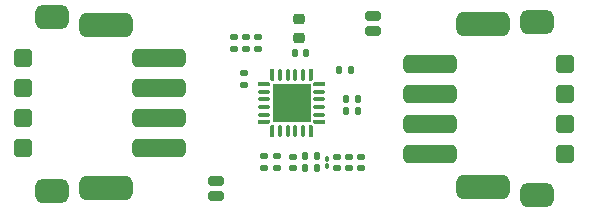
<source format=gbr>
%TF.GenerationSoftware,KiCad,Pcbnew,(6.0.9)*%
%TF.CreationDate,2023-03-04T22:36:08+01:00*%
%TF.ProjectId,nard_sam,6e617264-5f73-4616-9d2e-6b696361645f,rev?*%
%TF.SameCoordinates,Original*%
%TF.FileFunction,Soldermask,Top*%
%TF.FilePolarity,Negative*%
%FSLAX46Y46*%
G04 Gerber Fmt 4.6, Leading zero omitted, Abs format (unit mm)*
G04 Created by KiCad (PCBNEW (6.0.9)) date 2023-03-04 22:36:08*
%MOMM*%
%LPD*%
G01*
G04 APERTURE LIST*
G04 Aperture macros list*
%AMRoundRect*
0 Rectangle with rounded corners*
0 $1 Rounding radius*
0 $2 $3 $4 $5 $6 $7 $8 $9 X,Y pos of 4 corners*
0 Add a 4 corners polygon primitive as box body*
4,1,4,$2,$3,$4,$5,$6,$7,$8,$9,$2,$3,0*
0 Add four circle primitives for the rounded corners*
1,1,$1+$1,$2,$3*
1,1,$1+$1,$4,$5*
1,1,$1+$1,$6,$7*
1,1,$1+$1,$8,$9*
0 Add four rect primitives between the rounded corners*
20,1,$1+$1,$2,$3,$4,$5,0*
20,1,$1+$1,$4,$5,$6,$7,0*
20,1,$1+$1,$6,$7,$8,$9,0*
20,1,$1+$1,$8,$9,$2,$3,0*%
%AMFreePoly0*
4,1,48,0.084742,0.510782,0.088024,0.511361,0.090910,0.509695,0.100652,0.507977,0.115579,0.495451,0.132453,0.485709,0.134767,0.479350,0.139952,0.475000,0.143336,0.455809,0.150000,0.437500,0.150000,-0.437500,0.148282,-0.447242,0.148861,-0.450524,0.147195,-0.453410,0.145477,-0.463152,0.132951,-0.478079,0.123209,-0.494953,0.116850,-0.497267,0.112500,-0.502452,0.093309,-0.505836,
0.075000,-0.512500,0.031066,-0.512500,0.026480,-0.511691,0.024530,-0.512214,0.021542,-0.510821,0.005414,-0.507977,-0.007130,-0.497451,-0.021967,-0.490533,-0.128033,-0.384467,-0.130703,-0.380653,-0.132453,-0.379643,-0.133581,-0.376543,-0.142973,-0.363130,-0.144400,-0.346819,-0.150000,-0.331434,-0.150000,0.437500,-0.148282,0.447242,-0.148861,0.450524,-0.147195,0.453410,-0.145477,0.463152,
-0.132951,0.478079,-0.123209,0.494953,-0.116850,0.497267,-0.112500,0.502452,-0.093309,0.505836,-0.075000,0.512500,0.075000,0.512500,0.084742,0.510782,0.084742,0.510782,$1*%
%AMFreePoly1*
4,1,48,0.084742,0.510782,0.088024,0.511361,0.090910,0.509695,0.100652,0.507977,0.115579,0.495451,0.132453,0.485709,0.134767,0.479350,0.139952,0.475000,0.143336,0.455809,0.150000,0.437500,0.150000,-0.331434,0.149191,-0.336020,0.149714,-0.337970,0.148321,-0.340958,0.145477,-0.357086,0.134951,-0.369630,0.128033,-0.384467,0.021967,-0.490533,0.018153,-0.493203,0.017143,-0.494953,
0.014043,-0.496081,0.000630,-0.505473,-0.015681,-0.506900,-0.031066,-0.512500,-0.075000,-0.512500,-0.084742,-0.510782,-0.088024,-0.511361,-0.090910,-0.509695,-0.100652,-0.507977,-0.115579,-0.495451,-0.132453,-0.485709,-0.134767,-0.479350,-0.139952,-0.475000,-0.143336,-0.455809,-0.150000,-0.437500,-0.150000,0.437500,-0.148282,0.447242,-0.148861,0.450524,-0.147195,0.453410,-0.145477,0.463152,
-0.132951,0.478079,-0.123209,0.494953,-0.116850,0.497267,-0.112500,0.502452,-0.093309,0.505836,-0.075000,0.512500,0.075000,0.512500,0.084742,0.510782,0.084742,0.510782,$1*%
%AMFreePoly2*
4,1,48,0.447242,0.148282,0.450524,0.148861,0.453410,0.147195,0.463152,0.145477,0.478079,0.132951,0.494953,0.123209,0.497267,0.116850,0.502452,0.112500,0.505836,0.093309,0.512500,0.075000,0.512500,-0.075000,0.510782,-0.084742,0.511361,-0.088024,0.509695,-0.090910,0.507977,-0.100652,0.495451,-0.115579,0.485709,-0.132453,0.479350,-0.134767,0.475000,-0.139952,0.455809,-0.143336,
0.437500,-0.150000,-0.437500,-0.150000,-0.447242,-0.148282,-0.450524,-0.148861,-0.453410,-0.147195,-0.463152,-0.145477,-0.478079,-0.132951,-0.494953,-0.123209,-0.497267,-0.116850,-0.502452,-0.112500,-0.505836,-0.093309,-0.512500,-0.075000,-0.512500,-0.031066,-0.511691,-0.026480,-0.512214,-0.024530,-0.510821,-0.021542,-0.507977,-0.005414,-0.497451,0.007130,-0.490533,0.021967,-0.384467,0.128033,
-0.380653,0.130703,-0.379643,0.132453,-0.376543,0.133581,-0.363130,0.142973,-0.346819,0.144400,-0.331434,0.150000,0.437500,0.150000,0.447242,0.148282,0.447242,0.148282,$1*%
%AMFreePoly3*
4,1,48,0.447242,0.148282,0.450524,0.148861,0.453410,0.147195,0.463152,0.145477,0.478079,0.132951,0.494953,0.123209,0.497267,0.116850,0.502452,0.112500,0.505836,0.093309,0.512500,0.075000,0.512500,-0.075000,0.510782,-0.084742,0.511361,-0.088024,0.509695,-0.090910,0.507977,-0.100652,0.495451,-0.115579,0.485709,-0.132453,0.479350,-0.134767,0.475000,-0.139952,0.455809,-0.143336,
0.437500,-0.150000,-0.331434,-0.150000,-0.336020,-0.149191,-0.337970,-0.149714,-0.340958,-0.148321,-0.357086,-0.145477,-0.369630,-0.134951,-0.384467,-0.128033,-0.490533,-0.021967,-0.493203,-0.018153,-0.494953,-0.017143,-0.496081,-0.014043,-0.505473,-0.000630,-0.506900,0.015681,-0.512500,0.031066,-0.512500,0.075000,-0.510782,0.084742,-0.511361,0.088024,-0.509695,0.090910,-0.507977,0.100652,
-0.495451,0.115579,-0.485709,0.132453,-0.479350,0.134767,-0.475000,0.139952,-0.455809,0.143336,-0.437500,0.150000,0.437500,0.150000,0.447242,0.148282,0.447242,0.148282,$1*%
%AMFreePoly4*
4,1,48,-0.026480,0.511691,-0.024530,0.512214,-0.021542,0.510821,-0.005414,0.507977,0.007130,0.497451,0.021967,0.490533,0.128033,0.384467,0.130703,0.380653,0.132453,0.379643,0.133581,0.376543,0.142973,0.363130,0.144400,0.346819,0.150000,0.331434,0.150000,-0.437500,0.148282,-0.447242,0.148861,-0.450524,0.147195,-0.453410,0.145477,-0.463152,0.132951,-0.478079,0.123209,-0.494953,
0.116850,-0.497267,0.112500,-0.502452,0.093309,-0.505836,0.075000,-0.512500,-0.075000,-0.512500,-0.084742,-0.510782,-0.088024,-0.511361,-0.090910,-0.509695,-0.100652,-0.507977,-0.115579,-0.495451,-0.132453,-0.485709,-0.134767,-0.479350,-0.139952,-0.475000,-0.143336,-0.455809,-0.150000,-0.437500,-0.150000,0.437500,-0.148282,0.447242,-0.148861,0.450524,-0.147195,0.453410,-0.145477,0.463152,
-0.132951,0.478079,-0.123209,0.494953,-0.116850,0.497267,-0.112500,0.502452,-0.093309,0.505836,-0.075000,0.512500,-0.031066,0.512500,-0.026480,0.511691,-0.026480,0.511691,$1*%
%AMFreePoly5*
4,1,48,0.084742,0.510782,0.088024,0.511361,0.090910,0.509695,0.100652,0.507977,0.115579,0.495451,0.132453,0.485709,0.134767,0.479350,0.139952,0.475000,0.143336,0.455809,0.150000,0.437500,0.150000,-0.437500,0.148282,-0.447242,0.148861,-0.450524,0.147195,-0.453410,0.145477,-0.463152,0.132951,-0.478079,0.123209,-0.494953,0.116850,-0.497267,0.112500,-0.502452,0.093309,-0.505836,
0.075000,-0.512500,-0.075000,-0.512500,-0.084742,-0.510782,-0.088024,-0.511361,-0.090910,-0.509695,-0.100652,-0.507977,-0.115579,-0.495451,-0.132453,-0.485709,-0.134767,-0.479350,-0.139952,-0.475000,-0.143336,-0.455809,-0.150000,-0.437500,-0.150000,0.331434,-0.149191,0.336020,-0.149714,0.337970,-0.148321,0.340958,-0.145477,0.357086,-0.134951,0.369630,-0.128033,0.384467,-0.021967,0.490533,
-0.018153,0.493203,-0.017143,0.494953,-0.014043,0.496081,-0.000630,0.505473,0.015681,0.506900,0.031066,0.512500,0.075000,0.512500,0.084742,0.510782,0.084742,0.510782,$1*%
%AMFreePoly6*
4,1,48,0.447242,0.148282,0.450524,0.148861,0.453410,0.147195,0.463152,0.145477,0.478079,0.132951,0.494953,0.123209,0.497267,0.116850,0.502452,0.112500,0.505836,0.093309,0.512500,0.075000,0.512500,0.031066,0.511691,0.026480,0.512214,0.024530,0.510821,0.021542,0.507977,0.005414,0.497451,-0.007130,0.490533,-0.021967,0.384467,-0.128033,0.380653,-0.130703,0.379643,-0.132453,
0.376543,-0.133581,0.363130,-0.142973,0.346819,-0.144400,0.331434,-0.150000,-0.437500,-0.150000,-0.447242,-0.148282,-0.450524,-0.148861,-0.453410,-0.147195,-0.463152,-0.145477,-0.478079,-0.132951,-0.494953,-0.123209,-0.497267,-0.116850,-0.502452,-0.112500,-0.505836,-0.093309,-0.512500,-0.075000,-0.512500,0.075000,-0.510782,0.084742,-0.511361,0.088024,-0.509695,0.090910,-0.507977,0.100652,
-0.495451,0.115579,-0.485709,0.132453,-0.479350,0.134767,-0.475000,0.139952,-0.455809,0.143336,-0.437500,0.150000,0.437500,0.150000,0.447242,0.148282,0.447242,0.148282,$1*%
%AMFreePoly7*
4,1,48,0.336020,0.149191,0.337970,0.149714,0.340958,0.148321,0.357086,0.145477,0.369630,0.134951,0.384467,0.128033,0.490533,0.021967,0.493203,0.018153,0.494953,0.017143,0.496081,0.014043,0.505473,0.000630,0.506900,-0.015681,0.512500,-0.031066,0.512500,-0.075000,0.510782,-0.084742,0.511361,-0.088024,0.509695,-0.090910,0.507977,-0.100652,0.495451,-0.115579,0.485709,-0.132453,
0.479350,-0.134767,0.475000,-0.139952,0.455809,-0.143336,0.437500,-0.150000,-0.437500,-0.150000,-0.447242,-0.148282,-0.450524,-0.148861,-0.453410,-0.147195,-0.463152,-0.145477,-0.478079,-0.132951,-0.494953,-0.123209,-0.497267,-0.116850,-0.502452,-0.112500,-0.505836,-0.093309,-0.512500,-0.075000,-0.512500,0.075000,-0.510782,0.084742,-0.511361,0.088024,-0.509695,0.090910,-0.507977,0.100652,
-0.495451,0.115579,-0.485709,0.132453,-0.479350,0.134767,-0.475000,0.139952,-0.455809,0.143336,-0.437500,0.150000,0.331434,0.150000,0.336020,0.149191,0.336020,0.149191,$1*%
G04 Aperture macros list end*
%ADD10RoundRect,0.140000X-0.140000X-0.170000X0.140000X-0.170000X0.140000X0.170000X-0.140000X0.170000X0*%
%ADD11RoundRect,0.140000X0.170000X-0.140000X0.170000X0.140000X-0.170000X0.140000X-0.170000X-0.140000X0*%
%ADD12R,3.200000X3.200000*%
%ADD13FreePoly0,270.000000*%
%ADD14RoundRect,0.075000X-0.437500X0.075000X-0.437500X-0.075000X0.437500X-0.075000X0.437500X0.075000X0*%
%ADD15FreePoly1,270.000000*%
%ADD16FreePoly2,270.000000*%
%ADD17RoundRect,0.075000X-0.075000X0.437500X-0.075000X-0.437500X0.075000X-0.437500X0.075000X0.437500X0*%
%ADD18FreePoly3,270.000000*%
%ADD19FreePoly4,270.000000*%
%ADD20FreePoly5,270.000000*%
%ADD21FreePoly6,270.000000*%
%ADD22FreePoly7,270.000000*%
%ADD23RoundRect,0.100000X-0.100000X0.130000X-0.100000X-0.130000X0.100000X-0.130000X0.100000X0.130000X0*%
%ADD24RoundRect,0.218750X-0.256250X0.218750X-0.256250X-0.218750X0.256250X-0.218750X0.256250X0.218750X0*%
%ADD25RoundRect,0.140000X-0.170000X0.140000X-0.170000X-0.140000X0.170000X-0.140000X0.170000X0.140000X0*%
%ADD26RoundRect,0.400000X-1.850000X-0.400000X1.850000X-0.400000X1.850000X0.400000X-1.850000X0.400000X0*%
%ADD27RoundRect,0.400000X-0.400000X-0.400000X0.400000X-0.400000X0.400000X0.400000X-0.400000X0.400000X0*%
%ADD28RoundRect,0.200000X-0.450000X-0.200000X0.450000X-0.200000X0.450000X0.200000X-0.450000X0.200000X0*%
%ADD29RoundRect,0.500000X-1.750000X-0.500000X1.750000X-0.500000X1.750000X0.500000X-1.750000X0.500000X0*%
%ADD30RoundRect,0.500000X-0.900000X-0.500000X0.900000X-0.500000X0.900000X0.500000X-0.900000X0.500000X0*%
%ADD31RoundRect,0.135000X0.185000X-0.135000X0.185000X0.135000X-0.185000X0.135000X-0.185000X-0.135000X0*%
%ADD32RoundRect,0.135000X0.135000X0.185000X-0.135000X0.185000X-0.135000X-0.185000X0.135000X-0.185000X0*%
%ADD33RoundRect,0.400000X1.850000X0.400000X-1.850000X0.400000X-1.850000X-0.400000X1.850000X-0.400000X0*%
%ADD34RoundRect,0.400000X0.400000X0.400000X-0.400000X0.400000X-0.400000X-0.400000X0.400000X-0.400000X0*%
%ADD35RoundRect,0.200000X0.450000X0.200000X-0.450000X0.200000X-0.450000X-0.200000X0.450000X-0.200000X0*%
%ADD36RoundRect,0.500000X0.900000X0.500000X-0.900000X0.500000X-0.900000X-0.500000X0.900000X-0.500000X0*%
%ADD37RoundRect,0.500000X1.750000X0.500000X-1.750000X0.500000X-1.750000X-0.500000X1.750000X-0.500000X0*%
%ADD38RoundRect,0.135000X-0.185000X0.135000X-0.185000X-0.135000X0.185000X-0.135000X0.185000X0.135000X0*%
%ADD39RoundRect,0.135000X-0.135000X-0.185000X0.135000X-0.185000X0.135000X0.185000X-0.135000X0.185000X0*%
G04 APERTURE END LIST*
D10*
%TO.C,C1*%
X103406000Y-65565000D03*
X104366000Y-65565000D03*
%TD*%
D11*
%TO.C,C4*%
X99250000Y-65227000D03*
X99250000Y-64267000D03*
%TD*%
D12*
%TO.C,U1*%
X103124000Y-69847000D03*
D13*
X105486500Y-68222000D03*
D14*
X105486500Y-68872000D03*
X105486500Y-69522000D03*
X105486500Y-70172000D03*
X105486500Y-70822000D03*
D15*
X105486500Y-71472000D03*
D16*
X104749000Y-72209500D03*
D17*
X104099000Y-72209500D03*
X103449000Y-72209500D03*
X102799000Y-72209500D03*
X102149000Y-72209500D03*
D18*
X101499000Y-72209500D03*
D19*
X100761500Y-71472000D03*
D14*
X100761500Y-70822000D03*
X100761500Y-70172000D03*
X100761500Y-69522000D03*
X100761500Y-68872000D03*
D20*
X100761500Y-68222000D03*
D21*
X101499000Y-67484500D03*
D17*
X102149000Y-67484500D03*
X102799000Y-67484500D03*
X103449000Y-67484500D03*
X104099000Y-67484500D03*
D22*
X104749000Y-67484500D03*
%TD*%
D23*
%TO.C,D1*%
X106121200Y-75171000D03*
X106121200Y-74531000D03*
%TD*%
D24*
%TO.C,L1*%
X103759000Y-62745500D03*
X103759000Y-64320500D03*
%TD*%
D25*
%TO.C,C8*%
X107000000Y-74371000D03*
X107000000Y-75331000D03*
%TD*%
D10*
%TO.C,C2*%
X107749400Y-70497000D03*
X108709400Y-70497000D03*
%TD*%
D26*
%TO.C,J1*%
X91928000Y-65993000D03*
X91928000Y-68533000D03*
X91928000Y-71073000D03*
X91928000Y-73613000D03*
D27*
X80425000Y-65997000D03*
X80425000Y-68537000D03*
X80425000Y-71077000D03*
X80425000Y-73617000D03*
D28*
X96754000Y-76407000D03*
X96754000Y-77677000D03*
D29*
X87404000Y-77067000D03*
X87404000Y-63217000D03*
D30*
X82825000Y-77247000D03*
X82825000Y-62547000D03*
%TD*%
D25*
%TO.C,C3*%
X103250000Y-74371000D03*
X103250000Y-75331000D03*
%TD*%
D31*
%TO.C,R2*%
X101850000Y-75361000D03*
X101850000Y-74341000D03*
%TD*%
D11*
%TO.C,C6*%
X98250000Y-65227000D03*
X98250000Y-64267000D03*
%TD*%
D32*
%TO.C,R6*%
X105260000Y-74351000D03*
X104240000Y-74351000D03*
%TD*%
D33*
%TO.C,J2*%
X114808000Y-74186000D03*
X114808000Y-71646000D03*
X114808000Y-69106000D03*
X114808000Y-66566000D03*
D34*
X126311000Y-74182000D03*
X126311000Y-71642000D03*
X126311000Y-69102000D03*
X126311000Y-66562000D03*
D35*
X109982000Y-63772000D03*
X109982000Y-62502000D03*
D36*
X123911000Y-62932000D03*
D37*
X119332000Y-76962000D03*
X119332000Y-63112000D03*
D36*
X123911000Y-77632000D03*
%TD*%
D32*
%TO.C,R7*%
X104240000Y-75351000D03*
X105260000Y-75351000D03*
%TD*%
D11*
%TO.C,C9*%
X100250000Y-65227000D03*
X100250000Y-64267000D03*
%TD*%
D25*
%TO.C,C5*%
X108000000Y-74371000D03*
X108000000Y-75331000D03*
%TD*%
%TO.C,C7*%
X109000000Y-74371000D03*
X109000000Y-75331000D03*
%TD*%
D38*
%TO.C,R4*%
X99060000Y-67308000D03*
X99060000Y-68328000D03*
%TD*%
D32*
%TO.C,R3*%
X108770000Y-69497000D03*
X107750000Y-69497000D03*
%TD*%
D39*
%TO.C,R5*%
X107165000Y-67050000D03*
X108185000Y-67050000D03*
%TD*%
D31*
%TO.C,R1*%
X100750000Y-75361000D03*
X100750000Y-74341000D03*
%TD*%
M02*

</source>
